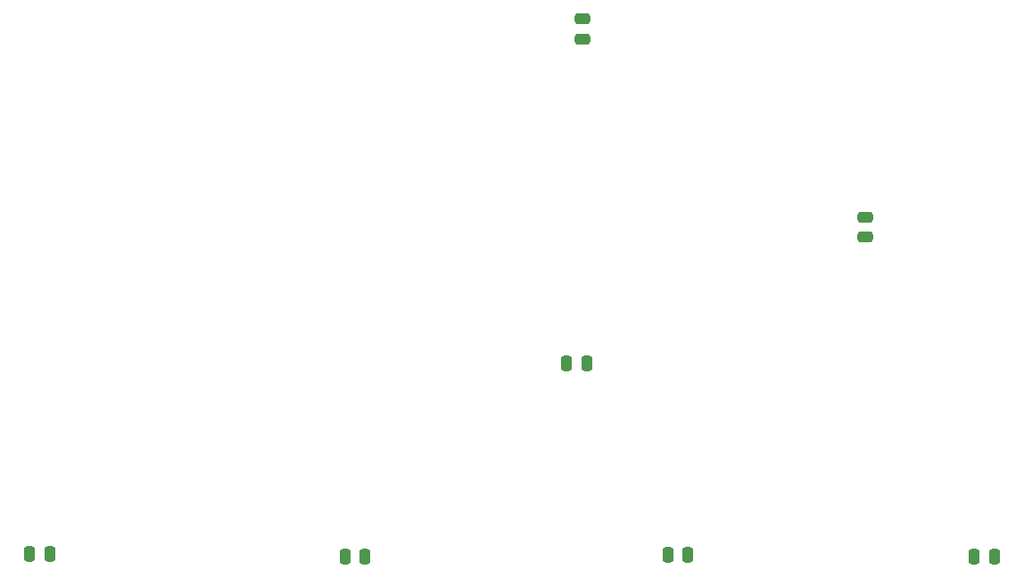
<source format=gbr>
%TF.GenerationSoftware,KiCad,Pcbnew,8.0.1*%
%TF.CreationDate,2024-03-31T12:23:00+01:00*%
%TF.ProjectId,Apricot-Xi-Expansion-RAM,41707269-636f-4742-9d58-692d45787061,rev?*%
%TF.SameCoordinates,Original*%
%TF.FileFunction,Paste,Bot*%
%TF.FilePolarity,Positive*%
%FSLAX46Y46*%
G04 Gerber Fmt 4.6, Leading zero omitted, Abs format (unit mm)*
G04 Created by KiCad (PCBNEW 8.0.1) date 2024-03-31 12:23:00*
%MOMM*%
%LPD*%
G01*
G04 APERTURE LIST*
G04 Aperture macros list*
%AMRoundRect*
0 Rectangle with rounded corners*
0 $1 Rounding radius*
0 $2 $3 $4 $5 $6 $7 $8 $9 X,Y pos of 4 corners*
0 Add a 4 corners polygon primitive as box body*
4,1,4,$2,$3,$4,$5,$6,$7,$8,$9,$2,$3,0*
0 Add four circle primitives for the rounded corners*
1,1,$1+$1,$2,$3*
1,1,$1+$1,$4,$5*
1,1,$1+$1,$6,$7*
1,1,$1+$1,$8,$9*
0 Add four rect primitives between the rounded corners*
20,1,$1+$1,$2,$3,$4,$5,0*
20,1,$1+$1,$4,$5,$6,$7,0*
20,1,$1+$1,$6,$7,$8,$9,0*
20,1,$1+$1,$8,$9,$2,$3,0*%
G04 Aperture macros list end*
%ADD10RoundRect,0.250000X0.250000X0.475000X-0.250000X0.475000X-0.250000X-0.475000X0.250000X-0.475000X0*%
%ADD11RoundRect,0.250000X0.475000X-0.250000X0.475000X0.250000X-0.475000X0.250000X-0.475000X-0.250000X0*%
%ADD12RoundRect,0.250000X-0.475000X0.250000X-0.475000X-0.250000X0.475000X-0.250000X0.475000X0.250000X0*%
G04 APERTURE END LIST*
D10*
%TO.C,C2*%
X154127500Y-103811100D03*
X152227500Y-103811100D03*
%TD*%
%TO.C,C7*%
X124201200Y-103576700D03*
X122301200Y-103576700D03*
%TD*%
%TO.C,C8*%
X184790700Y-103668100D03*
X182890700Y-103668100D03*
%TD*%
D11*
%TO.C,C9*%
X201597800Y-73433500D03*
X201597800Y-71533500D03*
%TD*%
D10*
%TO.C,C10*%
X213872900Y-103814500D03*
X211972900Y-103814500D03*
%TD*%
%TO.C,C11*%
X175177700Y-85433400D03*
X173277700Y-85433400D03*
%TD*%
D12*
%TO.C,C1*%
X174771800Y-52704300D03*
X174771800Y-54604300D03*
%TD*%
M02*

</source>
